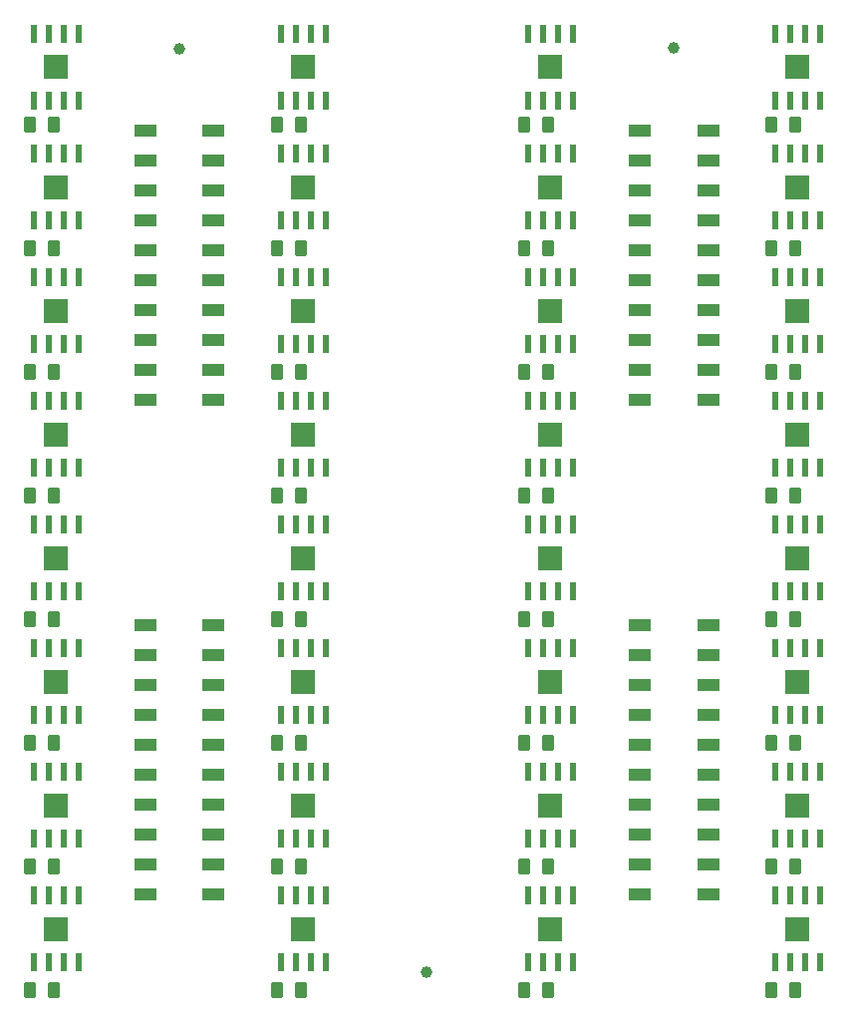
<source format=gtp>
G04*
G04 #@! TF.GenerationSoftware,Altium Limited,Altium Designer,23.3.1 (30)*
G04*
G04 Layer_Color=8421504*
%FSLAX26Y26*%
%MOIN*%
G70*
G04*
G04 #@! TF.SameCoordinates,A73F04FC-B1A5-4ADC-8500-56C492F8F9A9*
G04*
G04*
G04 #@! TF.FilePolarity,Positive*
G04*
G01*
G75*
%ADD17R,0.078740X0.078740*%
%ADD18C,0.039370*%
G04:AMPARAMS|DCode=19|XSize=59.055mil|YSize=20.866mil|CornerRadius=2.608mil|HoleSize=0mil|Usage=FLASHONLY|Rotation=270.000|XOffset=0mil|YOffset=0mil|HoleType=Round|Shape=RoundedRectangle|*
%AMROUNDEDRECTD19*
21,1,0.059055,0.015650,0,0,270.0*
21,1,0.053839,0.020866,0,0,270.0*
1,1,0.005216,-0.007825,-0.026919*
1,1,0.005216,-0.007825,0.026919*
1,1,0.005216,0.007825,0.026919*
1,1,0.005216,0.007825,-0.026919*
%
%ADD19ROUNDEDRECTD19*%
%ADD20R,0.074803X0.040157*%
G04:AMPARAMS|DCode=21|XSize=40mil|YSize=55mil|CornerRadius=5mil|HoleSize=0mil|Usage=FLASHONLY|Rotation=180.000|XOffset=0mil|YOffset=0mil|HoleType=Round|Shape=RoundedRectangle|*
%AMROUNDEDRECTD21*
21,1,0.040000,0.045000,0,0,180.0*
21,1,0.030000,0.055000,0,0,180.0*
1,1,0.010000,-0.015000,0.022500*
1,1,0.010000,0.015000,0.022500*
1,1,0.010000,0.015000,-0.022500*
1,1,0.010000,-0.015000,-0.022500*
%
%ADD21ROUNDEDRECTD21*%
D17*
X-1240555Y-1393896D02*
D03*
X412988Y1086418D02*
D03*
X1239761D02*
D03*
X-1241575Y1487373D02*
D03*
X-414803D02*
D03*
X411968D02*
D03*
X1238741D02*
D03*
X-413784Y-1393896D02*
D03*
X412988D02*
D03*
X1239761D02*
D03*
X-1240551Y-980511D02*
D03*
X-413780D02*
D03*
X412992D02*
D03*
X1239765D02*
D03*
X-1240555Y-567125D02*
D03*
X-413784D02*
D03*
X412988D02*
D03*
X1239761D02*
D03*
X-1240551Y-153739D02*
D03*
X-413780D02*
D03*
X412992D02*
D03*
X1239765D02*
D03*
X-1240555Y259647D02*
D03*
X-413784D02*
D03*
X412988D02*
D03*
X1239761D02*
D03*
X-1240551Y673032D02*
D03*
X-413780D02*
D03*
X412992D02*
D03*
X1239765D02*
D03*
X-1240555Y1086418D02*
D03*
X-413784D02*
D03*
D18*
X-827756Y1549213D02*
D03*
X-984Y-1537402D02*
D03*
X823819Y1551181D02*
D03*
D19*
X-1165551Y-1505904D02*
D03*
X-1215551D02*
D03*
X-1265551D02*
D03*
X-1315551D02*
D03*
Y-1281888D02*
D03*
X-1265551D02*
D03*
X-1215551D02*
D03*
X-1165551D02*
D03*
X487992Y1198426D02*
D03*
X437992D02*
D03*
X387992D02*
D03*
X337992D02*
D03*
Y974410D02*
D03*
X387992D02*
D03*
X437992D02*
D03*
X487992D02*
D03*
X1314765D02*
D03*
X1264765D02*
D03*
X1214765D02*
D03*
X1164765D02*
D03*
Y1198426D02*
D03*
X1214765D02*
D03*
X1264765D02*
D03*
X1314765D02*
D03*
X-1166575Y1599381D02*
D03*
X-1216575D02*
D03*
X-1266575D02*
D03*
X-1316575D02*
D03*
Y1375365D02*
D03*
X-1266575D02*
D03*
X-1216575D02*
D03*
X-1166575D02*
D03*
X-339803D02*
D03*
X-389803D02*
D03*
X-439803D02*
D03*
X-489803D02*
D03*
Y1599381D02*
D03*
X-439803D02*
D03*
X-389803D02*
D03*
X-339803D02*
D03*
X486968D02*
D03*
X436968D02*
D03*
X386968D02*
D03*
X336968D02*
D03*
Y1375365D02*
D03*
X386968D02*
D03*
X436968D02*
D03*
X486968D02*
D03*
X1313742D02*
D03*
X1263742D02*
D03*
X1213742D02*
D03*
X1163742D02*
D03*
Y1599381D02*
D03*
X1213742D02*
D03*
X1263742D02*
D03*
X1313742D02*
D03*
X-338780Y-1281888D02*
D03*
X-388780D02*
D03*
X-438780D02*
D03*
X-488780D02*
D03*
Y-1505904D02*
D03*
X-438780D02*
D03*
X-388780D02*
D03*
X-338780D02*
D03*
X487992D02*
D03*
X437992D02*
D03*
X387992D02*
D03*
X337992D02*
D03*
Y-1281888D02*
D03*
X387992D02*
D03*
X437992D02*
D03*
X487992D02*
D03*
X1314765D02*
D03*
X1264765D02*
D03*
X1214765D02*
D03*
X1164765D02*
D03*
Y-1505904D02*
D03*
X1214765D02*
D03*
X1264765D02*
D03*
X1314765D02*
D03*
X-1165551Y-1092518D02*
D03*
X-1215551D02*
D03*
X-1265551D02*
D03*
X-1315551D02*
D03*
Y-868503D02*
D03*
X-1265551D02*
D03*
X-1215551D02*
D03*
X-1165551D02*
D03*
X-338780D02*
D03*
X-388780D02*
D03*
X-438780D02*
D03*
X-488780D02*
D03*
Y-1092518D02*
D03*
X-438780D02*
D03*
X-388780D02*
D03*
X-338780D02*
D03*
X487992D02*
D03*
X437992D02*
D03*
X387992D02*
D03*
X337992D02*
D03*
Y-868503D02*
D03*
X387992D02*
D03*
X437992D02*
D03*
X487992D02*
D03*
X1314765D02*
D03*
X1264765D02*
D03*
X1214765D02*
D03*
X1164765D02*
D03*
Y-1092518D02*
D03*
X1214765D02*
D03*
X1264765D02*
D03*
X1314765D02*
D03*
X-1165551Y-679133D02*
D03*
X-1215551D02*
D03*
X-1265551D02*
D03*
X-1315551D02*
D03*
Y-455117D02*
D03*
X-1265551D02*
D03*
X-1215551D02*
D03*
X-1165551D02*
D03*
X-338780D02*
D03*
X-388780D02*
D03*
X-438780D02*
D03*
X-488780D02*
D03*
Y-679133D02*
D03*
X-438780D02*
D03*
X-388780D02*
D03*
X-338780D02*
D03*
X487992D02*
D03*
X437992D02*
D03*
X387992D02*
D03*
X337992D02*
D03*
Y-455117D02*
D03*
X387992D02*
D03*
X437992D02*
D03*
X487992D02*
D03*
X1314765D02*
D03*
X1264765D02*
D03*
X1214765D02*
D03*
X1164765D02*
D03*
Y-679133D02*
D03*
X1214765D02*
D03*
X1264765D02*
D03*
X1314765D02*
D03*
X-1165551Y-265747D02*
D03*
X-1215551D02*
D03*
X-1265551D02*
D03*
X-1315551D02*
D03*
Y-41731D02*
D03*
X-1265551D02*
D03*
X-1215551D02*
D03*
X-1165551D02*
D03*
X-338780D02*
D03*
X-388780D02*
D03*
X-438780D02*
D03*
X-488780D02*
D03*
Y-265747D02*
D03*
X-438780D02*
D03*
X-388780D02*
D03*
X-338780D02*
D03*
X487992D02*
D03*
X437992D02*
D03*
X387992D02*
D03*
X337992D02*
D03*
Y-41731D02*
D03*
X387992D02*
D03*
X437992D02*
D03*
X487992D02*
D03*
X1314765D02*
D03*
X1264765D02*
D03*
X1214765D02*
D03*
X1164765D02*
D03*
Y-265747D02*
D03*
X1214765D02*
D03*
X1264765D02*
D03*
X1314765D02*
D03*
X-1165551Y147639D02*
D03*
X-1215551D02*
D03*
X-1265551D02*
D03*
X-1315551D02*
D03*
Y371654D02*
D03*
X-1265551D02*
D03*
X-1215551D02*
D03*
X-1165551D02*
D03*
X-338780D02*
D03*
X-388780D02*
D03*
X-438780D02*
D03*
X-488780D02*
D03*
Y147639D02*
D03*
X-438780D02*
D03*
X-388780D02*
D03*
X-338780D02*
D03*
X487992D02*
D03*
X437992D02*
D03*
X387992D02*
D03*
X337992D02*
D03*
Y371654D02*
D03*
X387992D02*
D03*
X437992D02*
D03*
X487992D02*
D03*
X1314765D02*
D03*
X1264765D02*
D03*
X1214765D02*
D03*
X1164765D02*
D03*
Y147639D02*
D03*
X1214765D02*
D03*
X1264765D02*
D03*
X1314765D02*
D03*
X-1165551Y561024D02*
D03*
X-1215551D02*
D03*
X-1265551D02*
D03*
X-1315551D02*
D03*
Y785040D02*
D03*
X-1265551D02*
D03*
X-1215551D02*
D03*
X-1165551D02*
D03*
X-338780D02*
D03*
X-388780D02*
D03*
X-438780D02*
D03*
X-488780D02*
D03*
Y561024D02*
D03*
X-438780D02*
D03*
X-388780D02*
D03*
X-338780D02*
D03*
X487992D02*
D03*
X437992D02*
D03*
X387992D02*
D03*
X337992D02*
D03*
Y785040D02*
D03*
X387992D02*
D03*
X437992D02*
D03*
X487992D02*
D03*
X1314765D02*
D03*
X1264765D02*
D03*
X1214765D02*
D03*
X1164765D02*
D03*
Y561024D02*
D03*
X1214765D02*
D03*
X1264765D02*
D03*
X1314765D02*
D03*
X-1165551Y974410D02*
D03*
X-1215551D02*
D03*
X-1265551D02*
D03*
X-1315551D02*
D03*
Y1198426D02*
D03*
X-1265551D02*
D03*
X-1215551D02*
D03*
X-1165551D02*
D03*
X-338780D02*
D03*
X-388780D02*
D03*
X-438780D02*
D03*
X-488780D02*
D03*
Y974410D02*
D03*
X-438780D02*
D03*
X-388780D02*
D03*
X-338780D02*
D03*
D20*
X-714039Y1074803D02*
D03*
Y674803D02*
D03*
Y774803D02*
D03*
Y874803D02*
D03*
Y974803D02*
D03*
Y1174803D02*
D03*
X-941890D02*
D03*
X-714039Y1274803D02*
D03*
X-941890D02*
D03*
X-714039Y374803D02*
D03*
X-941890D02*
D03*
X-714039Y474803D02*
D03*
X-941890D02*
D03*
X-714039Y574803D02*
D03*
X-941890D02*
D03*
Y674803D02*
D03*
Y774803D02*
D03*
Y874803D02*
D03*
Y974803D02*
D03*
Y1074803D02*
D03*
Y-577953D02*
D03*
Y-677953D02*
D03*
Y-777953D02*
D03*
Y-877953D02*
D03*
Y-977953D02*
D03*
Y-1077953D02*
D03*
X-714039D02*
D03*
X-941890Y-1177953D02*
D03*
X-714039D02*
D03*
X-941890Y-1277953D02*
D03*
X-714039D02*
D03*
X-941890Y-377953D02*
D03*
X-714039D02*
D03*
X-941890Y-477953D02*
D03*
X-714039D02*
D03*
Y-677953D02*
D03*
Y-777953D02*
D03*
Y-877953D02*
D03*
Y-977953D02*
D03*
Y-577953D02*
D03*
X940488Y1074803D02*
D03*
Y674803D02*
D03*
Y774803D02*
D03*
Y874803D02*
D03*
Y974803D02*
D03*
Y1174803D02*
D03*
X712638D02*
D03*
X940488Y1274803D02*
D03*
X712638D02*
D03*
X940488Y374803D02*
D03*
X712638D02*
D03*
X940488Y474803D02*
D03*
X712638D02*
D03*
X940488Y574803D02*
D03*
X712638D02*
D03*
Y674803D02*
D03*
Y774803D02*
D03*
Y874803D02*
D03*
Y974803D02*
D03*
Y1074803D02*
D03*
X712716Y-577953D02*
D03*
Y-677953D02*
D03*
Y-777953D02*
D03*
Y-877953D02*
D03*
Y-977953D02*
D03*
Y-1077953D02*
D03*
X940567D02*
D03*
X712716Y-1177953D02*
D03*
X940567D02*
D03*
X712716Y-1277953D02*
D03*
X940567D02*
D03*
X712716Y-377953D02*
D03*
X940567D02*
D03*
X712716Y-477953D02*
D03*
X940567D02*
D03*
Y-677953D02*
D03*
Y-777953D02*
D03*
Y-877953D02*
D03*
Y-977953D02*
D03*
Y-577953D02*
D03*
D21*
X1230946Y1295276D02*
D03*
X1150946D02*
D03*
X404174D02*
D03*
X324174D02*
D03*
X-422598D02*
D03*
X-502598D02*
D03*
X-1249369D02*
D03*
X-1329369D02*
D03*
X1230946Y881890D02*
D03*
X1150946D02*
D03*
X404174D02*
D03*
X324174D02*
D03*
X-422598D02*
D03*
X-502598D02*
D03*
X-1249369D02*
D03*
X-1329369D02*
D03*
X1230946Y468504D02*
D03*
X1150946D02*
D03*
X404174D02*
D03*
X324174D02*
D03*
X-422598D02*
D03*
X-502598D02*
D03*
X-1249369D02*
D03*
X-1329369D02*
D03*
X1230946Y55118D02*
D03*
X1150946D02*
D03*
X404174D02*
D03*
X324174D02*
D03*
X-422598D02*
D03*
X-502598D02*
D03*
X-1249369D02*
D03*
X-1329369D02*
D03*
X1230946Y-358268D02*
D03*
X1150946D02*
D03*
X404174D02*
D03*
X324174D02*
D03*
X-422598D02*
D03*
X-502598D02*
D03*
X-1249369D02*
D03*
X-1329369D02*
D03*
X1230946Y-771654D02*
D03*
X1150946D02*
D03*
X404174D02*
D03*
X324174D02*
D03*
X-422598D02*
D03*
X-502598D02*
D03*
X-1249369D02*
D03*
X-1329369D02*
D03*
X1230946Y-1185040D02*
D03*
X1150946D02*
D03*
X404174D02*
D03*
X324174D02*
D03*
X-422598D02*
D03*
X-502598D02*
D03*
X-1249369D02*
D03*
X-1329369D02*
D03*
X1230946Y-1598426D02*
D03*
X1150946D02*
D03*
X404174D02*
D03*
X324174D02*
D03*
X-422598D02*
D03*
X-502598D02*
D03*
X-1249369D02*
D03*
X-1329369D02*
D03*
M02*

</source>
